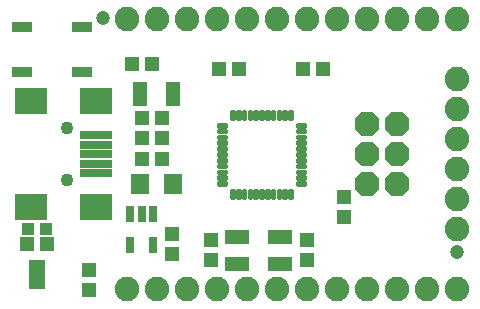
<source format=gbr>
G04 EAGLE Gerber RS-274X export*
G75*
%MOMM*%
%FSLAX34Y34*%
%LPD*%
%INSoldermask Top*%
%IPPOS*%
%AMOC8*
5,1,8,0,0,1.08239X$1,22.5*%
G01*
%ADD10C,0.457909*%
%ADD11R,1.303200X1.203200*%
%ADD12R,1.727200X0.965200*%
%ADD13R,2.103200X1.303200*%
%ADD14R,1.203200X1.303200*%
%ADD15R,2.703200X0.703200*%
%ADD16R,2.703200X2.203200*%
%ADD17C,1.103200*%
%ADD18R,1.203200X2.003200*%
%ADD19R,1.003200X1.003200*%
%ADD20R,0.753200X1.403200*%
%ADD21R,1.473200X0.838200*%
%ADD22R,1.603200X1.803200*%
%ADD23P,2.254402X8X112.500000*%
%ADD24C,2.082800*%
%ADD25C,1.203200*%


D10*
X179808Y151804D02*
X185262Y151804D01*
X185262Y151350D01*
X179808Y151350D01*
X179808Y151804D01*
X179808Y146804D02*
X185262Y146804D01*
X185262Y146350D01*
X179808Y146350D01*
X179808Y146804D01*
X179808Y142016D02*
X185262Y142016D01*
X185262Y141562D01*
X179808Y141562D01*
X179808Y142016D01*
X179808Y137016D02*
X185262Y137016D01*
X185262Y136562D01*
X179808Y136562D01*
X179808Y137016D01*
X179808Y132227D02*
X185262Y132227D01*
X185262Y131773D01*
X179808Y131773D01*
X179808Y132227D01*
X179808Y127227D02*
X185262Y127227D01*
X185262Y126773D01*
X179808Y126773D01*
X179808Y127227D01*
X179808Y121773D02*
X185262Y121773D01*
X179808Y121773D02*
X179808Y122227D01*
X185262Y122227D01*
X185262Y121773D01*
X185262Y116984D02*
X179808Y116984D01*
X179808Y117438D01*
X185262Y117438D01*
X185262Y116984D01*
X185262Y111984D02*
X179808Y111984D01*
X179808Y112438D01*
X185262Y112438D01*
X185262Y111984D01*
X185262Y107196D02*
X179808Y107196D01*
X179808Y107650D01*
X185262Y107650D01*
X185262Y107196D01*
X185262Y102196D02*
X179808Y102196D01*
X179808Y102650D01*
X185262Y102650D01*
X185262Y102196D01*
X191096Y96362D02*
X191096Y90908D01*
X191096Y96362D02*
X191550Y96362D01*
X191550Y90908D01*
X191096Y90908D01*
X191096Y95258D02*
X191550Y95258D01*
X196096Y96362D02*
X196096Y90908D01*
X196096Y96362D02*
X196550Y96362D01*
X196550Y90908D01*
X196096Y90908D01*
X196096Y95258D02*
X196550Y95258D01*
X200884Y96362D02*
X200884Y90908D01*
X200884Y96362D02*
X201338Y96362D01*
X201338Y90908D01*
X200884Y90908D01*
X200884Y95258D02*
X201338Y95258D01*
X205884Y96362D02*
X205884Y90908D01*
X205884Y96362D02*
X206338Y96362D01*
X206338Y90908D01*
X205884Y90908D01*
X205884Y95258D02*
X206338Y95258D01*
X210673Y96362D02*
X210673Y90908D01*
X210673Y96362D02*
X211127Y96362D01*
X211127Y90908D01*
X210673Y90908D01*
X210673Y95258D02*
X211127Y95258D01*
X215673Y96362D02*
X215673Y90908D01*
X215673Y96362D02*
X216127Y96362D01*
X216127Y90908D01*
X215673Y90908D01*
X215673Y95258D02*
X216127Y95258D01*
X221127Y96362D02*
X221127Y90908D01*
X220673Y90908D01*
X220673Y96362D01*
X221127Y96362D01*
X221127Y95258D02*
X220673Y95258D01*
X225916Y96362D02*
X225916Y90908D01*
X225462Y90908D01*
X225462Y96362D01*
X225916Y96362D01*
X225916Y95258D02*
X225462Y95258D01*
X230916Y96362D02*
X230916Y90908D01*
X230462Y90908D01*
X230462Y96362D01*
X230916Y96362D01*
X230916Y95258D02*
X230462Y95258D01*
X235704Y96362D02*
X235704Y90908D01*
X235250Y90908D01*
X235250Y96362D01*
X235704Y96362D01*
X235704Y95258D02*
X235250Y95258D01*
X240704Y96362D02*
X240704Y90908D01*
X240250Y90908D01*
X240250Y96362D01*
X240704Y96362D01*
X240704Y95258D02*
X240250Y95258D01*
X246538Y102196D02*
X251992Y102196D01*
X246538Y102196D02*
X246538Y102650D01*
X251992Y102650D01*
X251992Y102196D01*
X251992Y107196D02*
X246538Y107196D01*
X246538Y107650D01*
X251992Y107650D01*
X251992Y107196D01*
X251992Y111984D02*
X246538Y111984D01*
X246538Y112438D01*
X251992Y112438D01*
X251992Y111984D01*
X251992Y116984D02*
X246538Y116984D01*
X246538Y117438D01*
X251992Y117438D01*
X251992Y116984D01*
X251992Y121773D02*
X246538Y121773D01*
X246538Y122227D01*
X251992Y122227D01*
X251992Y121773D01*
X251992Y126773D02*
X246538Y126773D01*
X246538Y127227D01*
X251992Y127227D01*
X251992Y126773D01*
X251992Y132227D02*
X246538Y132227D01*
X251992Y132227D02*
X251992Y131773D01*
X246538Y131773D01*
X246538Y132227D01*
X246538Y137016D02*
X251992Y137016D01*
X251992Y136562D01*
X246538Y136562D01*
X246538Y137016D01*
X246538Y142016D02*
X251992Y142016D01*
X251992Y141562D01*
X246538Y141562D01*
X246538Y142016D01*
X246538Y146804D02*
X251992Y146804D01*
X251992Y146350D01*
X246538Y146350D01*
X246538Y146804D01*
X246538Y151804D02*
X251992Y151804D01*
X251992Y151350D01*
X246538Y151350D01*
X246538Y151804D01*
X240704Y157638D02*
X240704Y163092D01*
X240704Y157638D02*
X240250Y157638D01*
X240250Y163092D01*
X240704Y163092D01*
X240704Y161988D02*
X240250Y161988D01*
X235704Y163092D02*
X235704Y157638D01*
X235250Y157638D01*
X235250Y163092D01*
X235704Y163092D01*
X235704Y161988D02*
X235250Y161988D01*
X230916Y163092D02*
X230916Y157638D01*
X230462Y157638D01*
X230462Y163092D01*
X230916Y163092D01*
X230916Y161988D02*
X230462Y161988D01*
X225916Y163092D02*
X225916Y157638D01*
X225462Y157638D01*
X225462Y163092D01*
X225916Y163092D01*
X225916Y161988D02*
X225462Y161988D01*
X221127Y163092D02*
X221127Y157638D01*
X220673Y157638D01*
X220673Y163092D01*
X221127Y163092D01*
X221127Y161988D02*
X220673Y161988D01*
X216127Y163092D02*
X216127Y157638D01*
X215673Y157638D01*
X215673Y163092D01*
X216127Y163092D01*
X216127Y161988D02*
X215673Y161988D01*
X210673Y163092D02*
X210673Y157638D01*
X210673Y163092D02*
X211127Y163092D01*
X211127Y157638D01*
X210673Y157638D01*
X210673Y161988D02*
X211127Y161988D01*
X205884Y163092D02*
X205884Y157638D01*
X205884Y163092D02*
X206338Y163092D01*
X206338Y157638D01*
X205884Y157638D01*
X205884Y161988D02*
X206338Y161988D01*
X200884Y163092D02*
X200884Y157638D01*
X200884Y163092D02*
X201338Y163092D01*
X201338Y157638D01*
X200884Y157638D01*
X200884Y161988D02*
X201338Y161988D01*
X196096Y163092D02*
X196096Y157638D01*
X196096Y163092D02*
X196550Y163092D01*
X196550Y157638D01*
X196096Y157638D01*
X196096Y161988D02*
X196550Y161988D01*
X191096Y163092D02*
X191096Y157638D01*
X191096Y163092D02*
X191550Y163092D01*
X191550Y157638D01*
X191096Y157638D01*
X191096Y161988D02*
X191550Y161988D01*
D11*
X105800Y203200D03*
X122800Y203200D03*
D12*
X63500Y196850D03*
X12700Y196850D03*
X63500Y234950D03*
X12700Y234950D03*
D11*
X196460Y199390D03*
X179460Y199390D03*
D13*
X194860Y34220D03*
X231860Y57220D03*
X194860Y57220D03*
X231860Y34220D03*
D14*
X254000Y37220D03*
X254000Y54220D03*
X172720Y54220D03*
X172720Y37220D03*
D15*
X75800Y127000D03*
X75800Y135000D03*
X75800Y111000D03*
X75800Y119000D03*
D16*
X20800Y82000D03*
X20800Y172000D03*
X75800Y82000D03*
X75800Y172000D03*
D15*
X75800Y143000D03*
D17*
X50800Y149000D03*
X50800Y105000D03*
D18*
X113000Y177800D03*
X141000Y177800D03*
D11*
X114690Y140970D03*
X131690Y140970D03*
X114690Y157480D03*
X131690Y157480D03*
X16900Y50800D03*
X33900Y50800D03*
D19*
X32900Y63500D03*
X17900Y63500D03*
D11*
X131690Y123190D03*
X114690Y123190D03*
D20*
X123800Y76501D03*
X114300Y76501D03*
X104800Y76501D03*
X104800Y50499D03*
X123800Y50499D03*
D14*
X69850Y28820D03*
X69850Y11820D03*
D21*
X25400Y17272D03*
X25400Y25400D03*
X25400Y33528D03*
D11*
X250580Y199390D03*
X267580Y199390D03*
D14*
X285750Y91050D03*
X285750Y74050D03*
D22*
X113000Y101600D03*
X141000Y101600D03*
D23*
X330200Y101600D03*
X304800Y101600D03*
X330200Y127000D03*
X304800Y127000D03*
X330200Y152400D03*
X304800Y152400D03*
D24*
X101600Y12700D03*
X127000Y12700D03*
X152400Y12700D03*
X177800Y12700D03*
X203200Y12700D03*
X228600Y12700D03*
X254000Y12700D03*
X279400Y12700D03*
X304800Y12700D03*
X330200Y12700D03*
X355600Y12700D03*
X381000Y12700D03*
X101600Y241300D03*
X127000Y241300D03*
X152400Y241300D03*
X177800Y241300D03*
X203200Y241300D03*
X228600Y241300D03*
X254000Y241300D03*
X279400Y241300D03*
X304800Y241300D03*
X330200Y241300D03*
X355600Y241300D03*
X381000Y241300D03*
X381000Y63500D03*
X381000Y88900D03*
X381000Y114300D03*
X381000Y139700D03*
X381000Y165100D03*
X381000Y190500D03*
D14*
X139700Y59300D03*
X139700Y42300D03*
D25*
X81407Y242570D03*
X381000Y43942D03*
M02*

</source>
